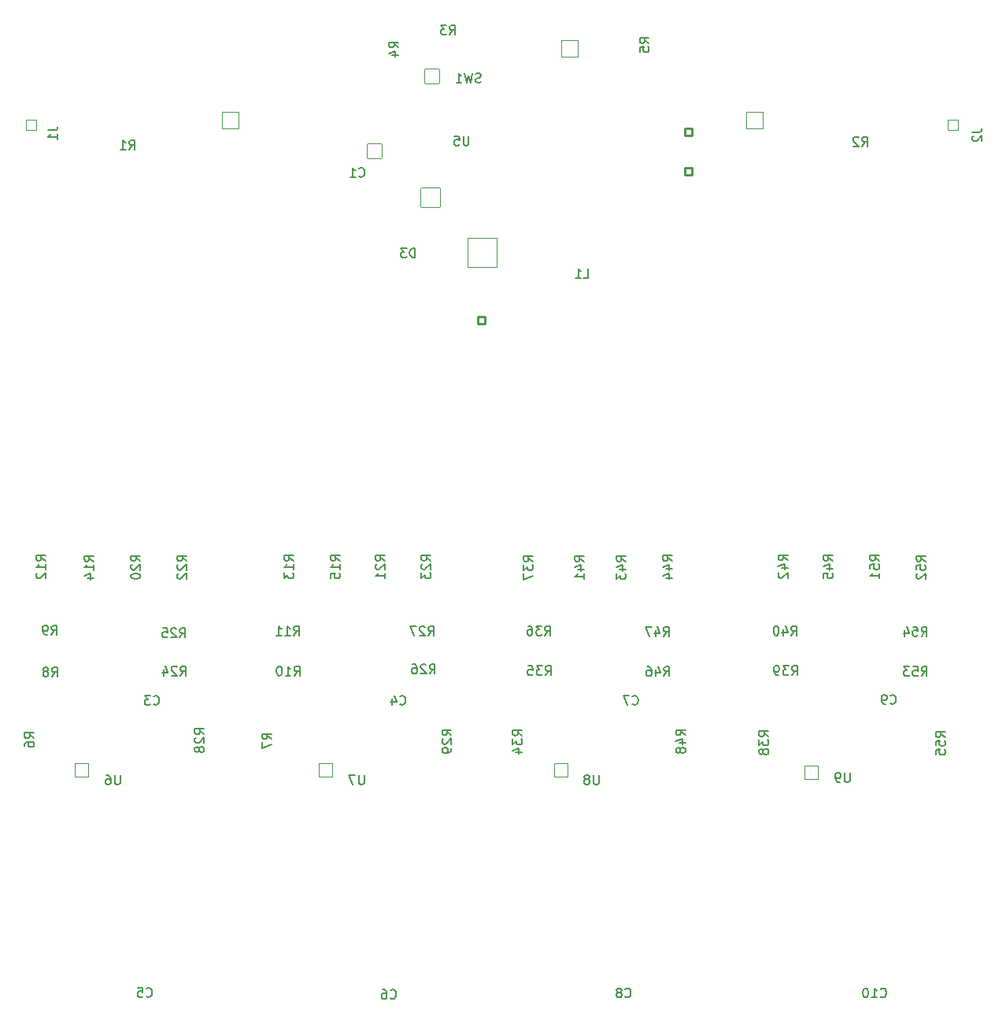
<source format=gbo>
%TF.GenerationSoftware,KiCad,Pcbnew,(6.0.5)*%
%TF.CreationDate,2022-05-16T01:41:45-07:00*%
%TF.ProjectId,lta-power-module,6c74612d-706f-4776-9572-2d6d6f64756c,rev?*%
%TF.SameCoordinates,Original*%
%TF.FileFunction,Legend,Bot*%
%TF.FilePolarity,Positive*%
%FSLAX46Y46*%
G04 Gerber Fmt 4.6, Leading zero omitted, Abs format (unit mm)*
G04 Created by KiCad (PCBNEW (6.0.5)) date 2022-05-16 01:41:45*
%MOMM*%
%LPD*%
G01*
G04 APERTURE LIST*
G04 Aperture macros list*
%AMRoundRect*
0 Rectangle with rounded corners*
0 $1 Rounding radius*
0 $2 $3 $4 $5 $6 $7 $8 $9 X,Y pos of 4 corners*
0 Add a 4 corners polygon primitive as box body*
4,1,4,$2,$3,$4,$5,$6,$7,$8,$9,$2,$3,0*
0 Add four circle primitives for the rounded corners*
1,1,$1+$1,$2,$3*
1,1,$1+$1,$4,$5*
1,1,$1+$1,$6,$7*
1,1,$1+$1,$8,$9*
0 Add four rect primitives between the rounded corners*
20,1,$1+$1,$2,$3,$4,$5,0*
20,1,$1+$1,$4,$5,$6,$7,0*
20,1,$1+$1,$6,$7,$8,$9,0*
20,1,$1+$1,$8,$9,$2,$3,0*%
G04 Aperture macros list end*
%ADD10C,0.150000*%
%ADD11C,3.302000*%
%ADD12C,4.953000*%
%ADD13C,4.826000*%
%ADD14C,1.730000*%
%ADD15RoundRect,0.150000X-0.400000X-0.400000X0.400000X-0.400000X0.400000X0.400000X-0.400000X0.400000X0*%
%ADD16C,1.500000*%
%ADD17O,1.500000X1.500000*%
%ADD18RoundRect,0.050000X0.800000X0.800000X-0.800000X0.800000X-0.800000X-0.800000X0.800000X-0.800000X0*%
%ADD19C,1.700000*%
%ADD20C,3.300000*%
%ADD21C,9.600000*%
%ADD22RoundRect,0.050000X-0.790000X0.790000X-0.790000X-0.790000X0.790000X-0.790000X0.790000X0.790000X0*%
%ADD23C,1.680000*%
%ADD24RoundRect,0.050000X-0.575000X0.575000X-0.575000X-0.575000X0.575000X-0.575000X0.575000X0.575000X0*%
%ADD25C,1.250000*%
%ADD26C,1.900000*%
%ADD27RoundRect,0.050000X-0.750000X-0.750000X0.750000X-0.750000X0.750000X0.750000X-0.750000X0.750000X0*%
%ADD28C,1.600000*%
%ADD29O,1.700000X1.700000*%
%ADD30RoundRect,0.050000X-0.900000X0.900000X-0.900000X-0.900000X0.900000X-0.900000X0.900000X0.900000X0*%
%ADD31RoundRect,0.050000X-0.575000X-0.575000X0.575000X-0.575000X0.575000X0.575000X-0.575000X0.575000X0*%
%ADD32RoundRect,0.050000X1.600000X1.600000X-1.600000X1.600000X-1.600000X-1.600000X1.600000X-1.600000X0*%
%ADD33O,3.300000X3.300000*%
%ADD34RoundRect,0.050000X-0.900000X-0.900000X0.900000X-0.900000X0.900000X0.900000X-0.900000X0.900000X0*%
%ADD35RoundRect,0.050000X0.850000X-0.850000X0.850000X0.850000X-0.850000X0.850000X-0.850000X-0.850000X0*%
%ADD36O,1.800000X1.800000*%
%ADD37RoundRect,0.050000X-1.050000X-1.050000X1.050000X-1.050000X1.050000X1.050000X-1.050000X1.050000X0*%
%ADD38C,2.200000*%
G04 APERTURE END LIST*
D10*
X196329667Y-166545180D02*
X196663000Y-166068990D01*
X196901095Y-166545180D02*
X196901095Y-165545180D01*
X196520143Y-165545180D01*
X196424905Y-165592800D01*
X196377286Y-165640419D01*
X196329667Y-165735657D01*
X196329667Y-165878514D01*
X196377286Y-165973752D01*
X196424905Y-166021371D01*
X196520143Y-166068990D01*
X196901095Y-166068990D01*
X195472524Y-165878514D02*
X195472524Y-166545180D01*
X195710619Y-165497561D02*
X195948714Y-166211847D01*
X195329667Y-166211847D01*
X195043952Y-165545180D02*
X194377286Y-165545180D01*
X194805857Y-166545180D01*
X163589666Y-117099942D02*
X163637285Y-117147561D01*
X163780142Y-117195180D01*
X163875380Y-117195180D01*
X164018238Y-117147561D01*
X164113476Y-117052323D01*
X164161095Y-116957085D01*
X164208714Y-116766609D01*
X164208714Y-116623752D01*
X164161095Y-116433276D01*
X164113476Y-116338038D01*
X164018238Y-116242800D01*
X163875380Y-116195180D01*
X163780142Y-116195180D01*
X163637285Y-116242800D01*
X163589666Y-116290419D01*
X162637285Y-117195180D02*
X163208714Y-117195180D01*
X162923000Y-117195180D02*
X162923000Y-116195180D01*
X163018238Y-116338038D01*
X163113476Y-116433276D01*
X163208714Y-116480895D01*
X128625380Y-177526133D02*
X128149190Y-177192800D01*
X128625380Y-176954704D02*
X127625380Y-176954704D01*
X127625380Y-177335657D01*
X127673000Y-177430895D01*
X127720619Y-177478514D01*
X127815857Y-177526133D01*
X127958714Y-177526133D01*
X128053952Y-177478514D01*
X128101571Y-177430895D01*
X128149190Y-177335657D01*
X128149190Y-176954704D01*
X127625380Y-178383276D02*
X127625380Y-178192800D01*
X127673000Y-178097561D01*
X127720619Y-178049942D01*
X127863476Y-177954704D01*
X128053952Y-177907085D01*
X128434904Y-177907085D01*
X128530142Y-177954704D01*
X128577761Y-178002323D01*
X128625380Y-178097561D01*
X128625380Y-178288038D01*
X128577761Y-178383276D01*
X128530142Y-178430895D01*
X128434904Y-178478514D01*
X128196809Y-178478514D01*
X128101571Y-178430895D01*
X128053952Y-178383276D01*
X128006333Y-178288038D01*
X128006333Y-178097561D01*
X128053952Y-178002323D01*
X128101571Y-177954704D01*
X128196809Y-177907085D01*
X176706333Y-106997561D02*
X176563476Y-107045180D01*
X176325380Y-107045180D01*
X176230142Y-106997561D01*
X176182523Y-106949942D01*
X176134904Y-106854704D01*
X176134904Y-106759466D01*
X176182523Y-106664228D01*
X176230142Y-106616609D01*
X176325380Y-106568990D01*
X176515857Y-106521371D01*
X176611095Y-106473752D01*
X176658714Y-106426133D01*
X176706333Y-106330895D01*
X176706333Y-106235657D01*
X176658714Y-106140419D01*
X176611095Y-106092800D01*
X176515857Y-106045180D01*
X176277761Y-106045180D01*
X176134904Y-106092800D01*
X175801571Y-106045180D02*
X175563476Y-107045180D01*
X175373000Y-106330895D01*
X175182523Y-107045180D01*
X174944428Y-106045180D01*
X174039666Y-107045180D02*
X174611095Y-107045180D01*
X174325380Y-107045180D02*
X174325380Y-106045180D01*
X174420619Y-106188038D01*
X174515857Y-106283276D01*
X174611095Y-106330895D01*
X224079667Y-166545180D02*
X224413000Y-166068990D01*
X224651095Y-166545180D02*
X224651095Y-165545180D01*
X224270143Y-165545180D01*
X224174905Y-165592800D01*
X224127286Y-165640419D01*
X224079667Y-165735657D01*
X224079667Y-165878514D01*
X224127286Y-165973752D01*
X224174905Y-166021371D01*
X224270143Y-166068990D01*
X224651095Y-166068990D01*
X223174905Y-165545180D02*
X223651095Y-165545180D01*
X223698714Y-166021371D01*
X223651095Y-165973752D01*
X223555857Y-165926133D01*
X223317762Y-165926133D01*
X223222524Y-165973752D01*
X223174905Y-166021371D01*
X223127286Y-166116609D01*
X223127286Y-166354704D01*
X223174905Y-166449942D01*
X223222524Y-166497561D01*
X223317762Y-166545180D01*
X223555857Y-166545180D01*
X223651095Y-166497561D01*
X223698714Y-166449942D01*
X222270143Y-165878514D02*
X222270143Y-166545180D01*
X222508238Y-165497561D02*
X222746333Y-166211847D01*
X222127286Y-166211847D01*
X229575380Y-112359466D02*
X230289666Y-112359466D01*
X230432523Y-112311847D01*
X230527761Y-112216609D01*
X230575380Y-112073752D01*
X230575380Y-111978514D01*
X229670619Y-112788038D02*
X229623000Y-112835657D01*
X229575380Y-112930895D01*
X229575380Y-113168990D01*
X229623000Y-113264228D01*
X229670619Y-113311847D01*
X229765857Y-113359466D01*
X229861095Y-113359466D01*
X230003952Y-113311847D01*
X230575380Y-112740419D01*
X230575380Y-113359466D01*
X167989666Y-173849942D02*
X168037285Y-173897561D01*
X168180142Y-173945180D01*
X168275380Y-173945180D01*
X168418238Y-173897561D01*
X168513476Y-173802323D01*
X168561095Y-173707085D01*
X168608714Y-173516609D01*
X168608714Y-173373752D01*
X168561095Y-173183276D01*
X168513476Y-173088038D01*
X168418238Y-172992800D01*
X168275380Y-172945180D01*
X168180142Y-172945180D01*
X168037285Y-172992800D01*
X167989666Y-173040419D01*
X167132523Y-173278514D02*
X167132523Y-173945180D01*
X167370619Y-172897561D02*
X167608714Y-173611847D01*
X166989666Y-173611847D01*
X187739666Y-128045180D02*
X188215857Y-128045180D01*
X188215857Y-127045180D01*
X186882523Y-128045180D02*
X187453952Y-128045180D01*
X187168238Y-128045180D02*
X187168238Y-127045180D01*
X187263476Y-127188038D01*
X187358714Y-127283276D01*
X187453952Y-127330895D01*
X140062260Y-158482785D02*
X139586070Y-158149452D01*
X140062260Y-157911357D02*
X139062260Y-157911357D01*
X139062260Y-158292309D01*
X139109880Y-158387547D01*
X139157499Y-158435166D01*
X139252737Y-158482785D01*
X139395594Y-158482785D01*
X139490832Y-158435166D01*
X139538451Y-158387547D01*
X139586070Y-158292309D01*
X139586070Y-157911357D01*
X139157499Y-158863738D02*
X139109880Y-158911357D01*
X139062260Y-159006595D01*
X139062260Y-159244690D01*
X139109880Y-159339928D01*
X139157499Y-159387547D01*
X139252737Y-159435166D01*
X139347975Y-159435166D01*
X139490832Y-159387547D01*
X140062260Y-158816119D01*
X140062260Y-159435166D01*
X139062260Y-160054214D02*
X139062260Y-160149452D01*
X139109880Y-160244690D01*
X139157499Y-160292309D01*
X139252737Y-160339928D01*
X139443213Y-160387547D01*
X139681308Y-160387547D01*
X139871784Y-160339928D01*
X139967022Y-160292309D01*
X140014641Y-160244690D01*
X140062260Y-160149452D01*
X140062260Y-160054214D01*
X140014641Y-159958976D01*
X139967022Y-159911357D01*
X139871784Y-159863738D01*
X139681308Y-159816119D01*
X139443213Y-159816119D01*
X139252737Y-159863738D01*
X139157499Y-159911357D01*
X139109880Y-159958976D01*
X139062260Y-160054214D01*
X129876544Y-158456533D02*
X129400354Y-158123200D01*
X129876544Y-157885105D02*
X128876544Y-157885105D01*
X128876544Y-158266057D01*
X128924164Y-158361295D01*
X128971783Y-158408914D01*
X129067021Y-158456533D01*
X129209878Y-158456533D01*
X129305116Y-158408914D01*
X129352735Y-158361295D01*
X129400354Y-158266057D01*
X129400354Y-157885105D01*
X129876544Y-159408914D02*
X129876544Y-158837486D01*
X129876544Y-159123200D02*
X128876544Y-159123200D01*
X129019402Y-159027962D01*
X129114640Y-158932724D01*
X129162259Y-158837486D01*
X128971783Y-159789867D02*
X128924164Y-159837486D01*
X128876544Y-159932724D01*
X128876544Y-160170819D01*
X128924164Y-160266057D01*
X128971783Y-160313676D01*
X129067021Y-160361295D01*
X129162259Y-160361295D01*
X129305116Y-160313676D01*
X129876544Y-159742248D01*
X129876544Y-160361295D01*
X164134904Y-181495180D02*
X164134904Y-182304704D01*
X164087285Y-182399942D01*
X164039666Y-182447561D01*
X163944428Y-182495180D01*
X163753952Y-182495180D01*
X163658714Y-182447561D01*
X163611095Y-182399942D01*
X163563476Y-182304704D01*
X163563476Y-181495180D01*
X163182523Y-181495180D02*
X162515857Y-181495180D01*
X162944428Y-182495180D01*
X197287909Y-158476875D02*
X196811719Y-158143542D01*
X197287909Y-157905447D02*
X196287909Y-157905447D01*
X196287909Y-158286399D01*
X196335529Y-158381637D01*
X196383148Y-158429256D01*
X196478386Y-158476875D01*
X196621243Y-158476875D01*
X196716481Y-158429256D01*
X196764100Y-158381637D01*
X196811719Y-158286399D01*
X196811719Y-157905447D01*
X196621243Y-159334018D02*
X197287909Y-159334018D01*
X196240290Y-159095923D02*
X196954576Y-158857828D01*
X196954576Y-159476875D01*
X196621243Y-160286399D02*
X197287909Y-160286399D01*
X196240290Y-160048304D02*
X196954576Y-159810209D01*
X196954576Y-160429256D01*
X161532897Y-158437497D02*
X161056707Y-158104164D01*
X161532897Y-157866069D02*
X160532897Y-157866069D01*
X160532897Y-158247021D01*
X160580517Y-158342259D01*
X160628136Y-158389878D01*
X160723374Y-158437497D01*
X160866231Y-158437497D01*
X160961469Y-158389878D01*
X161009088Y-158342259D01*
X161056707Y-158247021D01*
X161056707Y-157866069D01*
X161532897Y-159389878D02*
X161532897Y-158818450D01*
X161532897Y-159104164D02*
X160532897Y-159104164D01*
X160675755Y-159008926D01*
X160770993Y-158913688D01*
X160818612Y-158818450D01*
X160532897Y-160294640D02*
X160532897Y-159818450D01*
X161009088Y-159770831D01*
X160961469Y-159818450D01*
X160913850Y-159913688D01*
X160913850Y-160151783D01*
X160961469Y-160247021D01*
X161009088Y-160294640D01*
X161104326Y-160342259D01*
X161342421Y-160342259D01*
X161437659Y-160294640D01*
X161485278Y-160247021D01*
X161532897Y-160151783D01*
X161532897Y-159913688D01*
X161485278Y-159818450D01*
X161437659Y-159770831D01*
X219689667Y-205299942D02*
X219737286Y-205347561D01*
X219880143Y-205395180D01*
X219975381Y-205395180D01*
X220118238Y-205347561D01*
X220213476Y-205252323D01*
X220261095Y-205157085D01*
X220308714Y-204966609D01*
X220308714Y-204823752D01*
X220261095Y-204633276D01*
X220213476Y-204538038D01*
X220118238Y-204442800D01*
X219975381Y-204395180D01*
X219880143Y-204395180D01*
X219737286Y-204442800D01*
X219689667Y-204490419D01*
X218737286Y-205395180D02*
X219308714Y-205395180D01*
X219023000Y-205395180D02*
X219023000Y-204395180D01*
X219118238Y-204538038D01*
X219213476Y-204633276D01*
X219308714Y-204680895D01*
X218118238Y-204395180D02*
X218023000Y-204395180D01*
X217927762Y-204442800D01*
X217880143Y-204490419D01*
X217832524Y-204585657D01*
X217784905Y-204776133D01*
X217784905Y-205014228D01*
X217832524Y-205204704D01*
X217880143Y-205299942D01*
X217927762Y-205347561D01*
X218023000Y-205395180D01*
X218118238Y-205395180D01*
X218213476Y-205347561D01*
X218261095Y-205299942D01*
X218308714Y-205204704D01*
X218356333Y-205014228D01*
X218356333Y-204776133D01*
X218308714Y-204585657D01*
X218261095Y-204490419D01*
X218213476Y-204442800D01*
X218118238Y-204395180D01*
X138879666Y-114245180D02*
X139213000Y-113768990D01*
X139451095Y-114245180D02*
X139451095Y-113245180D01*
X139070142Y-113245180D01*
X138974904Y-113292800D01*
X138927285Y-113340419D01*
X138879666Y-113435657D01*
X138879666Y-113578514D01*
X138927285Y-113673752D01*
X138974904Y-113721371D01*
X139070142Y-113768990D01*
X139451095Y-113768990D01*
X137927285Y-114245180D02*
X138498714Y-114245180D01*
X138213000Y-114245180D02*
X138213000Y-113245180D01*
X138308238Y-113388038D01*
X138403476Y-113483276D01*
X138498714Y-113530895D01*
X224525380Y-158499941D02*
X224049190Y-158166608D01*
X224525380Y-157928513D02*
X223525380Y-157928513D01*
X223525380Y-158309465D01*
X223573000Y-158404703D01*
X223620619Y-158452322D01*
X223715857Y-158499941D01*
X223858714Y-158499941D01*
X223953952Y-158452322D01*
X224001571Y-158404703D01*
X224049190Y-158309465D01*
X224049190Y-157928513D01*
X223525380Y-159404703D02*
X223525380Y-158928513D01*
X224001571Y-158880894D01*
X223953952Y-158928513D01*
X223906333Y-159023751D01*
X223906333Y-159261846D01*
X223953952Y-159357084D01*
X224001571Y-159404703D01*
X224096809Y-159452322D01*
X224334904Y-159452322D01*
X224430142Y-159404703D01*
X224477761Y-159357084D01*
X224525380Y-159261846D01*
X224525380Y-159023751D01*
X224477761Y-158928513D01*
X224430142Y-158880894D01*
X223620619Y-159833275D02*
X223573000Y-159880894D01*
X223525380Y-159976132D01*
X223525380Y-160214227D01*
X223573000Y-160309465D01*
X223620619Y-160357084D01*
X223715857Y-160404703D01*
X223811095Y-160404703D01*
X223953952Y-160357084D01*
X224525380Y-159785656D01*
X224525380Y-160404703D01*
X192989666Y-173849942D02*
X193037285Y-173897561D01*
X193180142Y-173945180D01*
X193275380Y-173945180D01*
X193418238Y-173897561D01*
X193513476Y-173802323D01*
X193561095Y-173707085D01*
X193608714Y-173516609D01*
X193608714Y-173373752D01*
X193561095Y-173183276D01*
X193513476Y-173088038D01*
X193418238Y-172992800D01*
X193275380Y-172945180D01*
X193180142Y-172945180D01*
X193037285Y-172992800D01*
X192989666Y-173040419D01*
X192656333Y-172945180D02*
X191989666Y-172945180D01*
X192418238Y-173945180D01*
X137884904Y-181495180D02*
X137884904Y-182304704D01*
X137837285Y-182399942D01*
X137789666Y-182447561D01*
X137694428Y-182495180D01*
X137503952Y-182495180D01*
X137408714Y-182447561D01*
X137361095Y-182399942D01*
X137313476Y-182304704D01*
X137313476Y-181495180D01*
X136408714Y-181495180D02*
X136599190Y-181495180D01*
X136694428Y-181542800D01*
X136742047Y-181590419D01*
X136837285Y-181733276D01*
X136884904Y-181923752D01*
X136884904Y-182304704D01*
X136837285Y-182399942D01*
X136789666Y-182447561D01*
X136694428Y-182495180D01*
X136503952Y-182495180D01*
X136408714Y-182447561D01*
X136361095Y-182399942D01*
X136313476Y-182304704D01*
X136313476Y-182066609D01*
X136361095Y-181971371D01*
X136408714Y-181923752D01*
X136503952Y-181876133D01*
X136694428Y-181876133D01*
X136789666Y-181923752D01*
X136837285Y-181971371D01*
X136884904Y-182066609D01*
X194775380Y-102826133D02*
X194299190Y-102492800D01*
X194775380Y-102254704D02*
X193775380Y-102254704D01*
X193775380Y-102635657D01*
X193823000Y-102730895D01*
X193870619Y-102778514D01*
X193965857Y-102826133D01*
X194108714Y-102826133D01*
X194203952Y-102778514D01*
X194251571Y-102730895D01*
X194299190Y-102635657D01*
X194299190Y-102254704D01*
X193775380Y-103730895D02*
X193775380Y-103254704D01*
X194251571Y-103207085D01*
X194203952Y-103254704D01*
X194156333Y-103349942D01*
X194156333Y-103588038D01*
X194203952Y-103683276D01*
X194251571Y-103730895D01*
X194346809Y-103778514D01*
X194584904Y-103778514D01*
X194680142Y-103730895D01*
X194727761Y-103683276D01*
X194775380Y-103588038D01*
X194775380Y-103349942D01*
X194727761Y-103254704D01*
X194680142Y-103207085D01*
X214543116Y-158440875D02*
X214066926Y-158107542D01*
X214543116Y-157869447D02*
X213543116Y-157869447D01*
X213543116Y-158250399D01*
X213590736Y-158345637D01*
X213638355Y-158393256D01*
X213733593Y-158440875D01*
X213876450Y-158440875D01*
X213971688Y-158393256D01*
X214019307Y-158345637D01*
X214066926Y-158250399D01*
X214066926Y-157869447D01*
X213876450Y-159298018D02*
X214543116Y-159298018D01*
X213495497Y-159059923D02*
X214209783Y-158821828D01*
X214209783Y-159440875D01*
X213543116Y-160298018D02*
X213543116Y-159821828D01*
X214019307Y-159774209D01*
X213971688Y-159821828D01*
X213924069Y-159917066D01*
X213924069Y-160155161D01*
X213971688Y-160250399D01*
X214019307Y-160298018D01*
X214114545Y-160345637D01*
X214352640Y-160345637D01*
X214447878Y-160298018D01*
X214495497Y-160250399D01*
X214543116Y-160155161D01*
X214543116Y-159917066D01*
X214495497Y-159821828D01*
X214447878Y-159774209D01*
X169611095Y-125845180D02*
X169611095Y-124845180D01*
X169373000Y-124845180D01*
X169230142Y-124892800D01*
X169134904Y-124988038D01*
X169087285Y-125083276D01*
X169039666Y-125273752D01*
X169039666Y-125416609D01*
X169087285Y-125607085D01*
X169134904Y-125702323D01*
X169230142Y-125797561D01*
X169373000Y-125845180D01*
X169611095Y-125845180D01*
X168706333Y-124845180D02*
X168087285Y-124845180D01*
X168420619Y-125226133D01*
X168277761Y-125226133D01*
X168182523Y-125273752D01*
X168134904Y-125321371D01*
X168087285Y-125416609D01*
X168087285Y-125654704D01*
X168134904Y-125749942D01*
X168182523Y-125797561D01*
X168277761Y-125845180D01*
X168563476Y-125845180D01*
X168658714Y-125797561D01*
X168706333Y-125749942D01*
X140713476Y-205249942D02*
X140761095Y-205297561D01*
X140903952Y-205345180D01*
X140999190Y-205345180D01*
X141142048Y-205297561D01*
X141237286Y-205202323D01*
X141284905Y-205107085D01*
X141332524Y-204916609D01*
X141332524Y-204773752D01*
X141284905Y-204583276D01*
X141237286Y-204488038D01*
X141142048Y-204392800D01*
X140999190Y-204345180D01*
X140903952Y-204345180D01*
X140761095Y-204392800D01*
X140713476Y-204440419D01*
X139808714Y-204345180D02*
X140284905Y-204345180D01*
X140332524Y-204821371D01*
X140284905Y-204773752D01*
X140189667Y-204726133D01*
X139951571Y-204726133D01*
X139856333Y-204773752D01*
X139808714Y-204821371D01*
X139761095Y-204916609D01*
X139761095Y-205154704D01*
X139808714Y-205249942D01*
X139856333Y-205297561D01*
X139951571Y-205345180D01*
X140189667Y-205345180D01*
X140284905Y-205297561D01*
X140332524Y-205249942D01*
X171169667Y-170575180D02*
X171503000Y-170098990D01*
X171741095Y-170575180D02*
X171741095Y-169575180D01*
X171360143Y-169575180D01*
X171264905Y-169622800D01*
X171217286Y-169670419D01*
X171169667Y-169765657D01*
X171169667Y-169908514D01*
X171217286Y-170003752D01*
X171264905Y-170051371D01*
X171360143Y-170098990D01*
X171741095Y-170098990D01*
X170788714Y-169670419D02*
X170741095Y-169622800D01*
X170645857Y-169575180D01*
X170407762Y-169575180D01*
X170312524Y-169622800D01*
X170264905Y-169670419D01*
X170217286Y-169765657D01*
X170217286Y-169860895D01*
X170264905Y-170003752D01*
X170836333Y-170575180D01*
X170217286Y-170575180D01*
X169360143Y-169575180D02*
X169550619Y-169575180D01*
X169645857Y-169622800D01*
X169693476Y-169670419D01*
X169788714Y-169813276D01*
X169836333Y-170003752D01*
X169836333Y-170384704D01*
X169788714Y-170479942D01*
X169741095Y-170527561D01*
X169645857Y-170575180D01*
X169455381Y-170575180D01*
X169360143Y-170527561D01*
X169312524Y-170479942D01*
X169264905Y-170384704D01*
X169264905Y-170146609D01*
X169312524Y-170051371D01*
X169360143Y-170003752D01*
X169455381Y-169956133D01*
X169645857Y-169956133D01*
X169741095Y-170003752D01*
X169788714Y-170051371D01*
X169836333Y-170146609D01*
X130513476Y-166415180D02*
X130846810Y-165938990D01*
X131084905Y-166415180D02*
X131084905Y-165415180D01*
X130703952Y-165415180D01*
X130608714Y-165462800D01*
X130561095Y-165510419D01*
X130513476Y-165605657D01*
X130513476Y-165748514D01*
X130561095Y-165843752D01*
X130608714Y-165891371D01*
X130703952Y-165938990D01*
X131084905Y-165938990D01*
X130037286Y-166415180D02*
X129846810Y-166415180D01*
X129751571Y-166367561D01*
X129703952Y-166319942D01*
X129608714Y-166177085D01*
X129561095Y-165986609D01*
X129561095Y-165605657D01*
X129608714Y-165510419D01*
X129656333Y-165462800D01*
X129751571Y-165415180D01*
X129942048Y-165415180D01*
X130037286Y-165462800D01*
X130084905Y-165510419D01*
X130132524Y-165605657D01*
X130132524Y-165843752D01*
X130084905Y-165938990D01*
X130037286Y-165986609D01*
X129942048Y-166034228D01*
X129751571Y-166034228D01*
X129656333Y-165986609D01*
X129608714Y-165938990D01*
X129561095Y-165843752D01*
X210129667Y-170745180D02*
X210463000Y-170268990D01*
X210701095Y-170745180D02*
X210701095Y-169745180D01*
X210320143Y-169745180D01*
X210224905Y-169792800D01*
X210177286Y-169840419D01*
X210129667Y-169935657D01*
X210129667Y-170078514D01*
X210177286Y-170173752D01*
X210224905Y-170221371D01*
X210320143Y-170268990D01*
X210701095Y-170268990D01*
X209796333Y-169745180D02*
X209177286Y-169745180D01*
X209510619Y-170126133D01*
X209367762Y-170126133D01*
X209272524Y-170173752D01*
X209224905Y-170221371D01*
X209177286Y-170316609D01*
X209177286Y-170554704D01*
X209224905Y-170649942D01*
X209272524Y-170697561D01*
X209367762Y-170745180D01*
X209653476Y-170745180D01*
X209748714Y-170697561D01*
X209796333Y-170649942D01*
X208701095Y-170745180D02*
X208510619Y-170745180D01*
X208415381Y-170697561D01*
X208367762Y-170649942D01*
X208272524Y-170507085D01*
X208224905Y-170316609D01*
X208224905Y-169935657D01*
X208272524Y-169840419D01*
X208320143Y-169792800D01*
X208415381Y-169745180D01*
X208605857Y-169745180D01*
X208701095Y-169792800D01*
X208748714Y-169840419D01*
X208796333Y-169935657D01*
X208796333Y-170173752D01*
X208748714Y-170268990D01*
X208701095Y-170316609D01*
X208605857Y-170364228D01*
X208415381Y-170364228D01*
X208320143Y-170316609D01*
X208272524Y-170268990D01*
X208224905Y-170173752D01*
X220739666Y-173769942D02*
X220787285Y-173817561D01*
X220930142Y-173865180D01*
X221025380Y-173865180D01*
X221168238Y-173817561D01*
X221263476Y-173722323D01*
X221311095Y-173627085D01*
X221358714Y-173436609D01*
X221358714Y-173293752D01*
X221311095Y-173103276D01*
X221263476Y-173008038D01*
X221168238Y-172912800D01*
X221025380Y-172865180D01*
X220930142Y-172865180D01*
X220787285Y-172912800D01*
X220739666Y-172960419D01*
X220263476Y-173865180D02*
X220073000Y-173865180D01*
X219977761Y-173817561D01*
X219930142Y-173769942D01*
X219834904Y-173627085D01*
X219787285Y-173436609D01*
X219787285Y-173055657D01*
X219834904Y-172960419D01*
X219882523Y-172912800D01*
X219977761Y-172865180D01*
X220168238Y-172865180D01*
X220263476Y-172912800D01*
X220311095Y-172960419D01*
X220358714Y-173055657D01*
X220358714Y-173293752D01*
X220311095Y-173388990D01*
X220263476Y-173436609D01*
X220168238Y-173484228D01*
X219977761Y-173484228D01*
X219882523Y-173436609D01*
X219834904Y-173388990D01*
X219787285Y-173293752D01*
X183579667Y-166465180D02*
X183913000Y-165988990D01*
X184151095Y-166465180D02*
X184151095Y-165465180D01*
X183770143Y-165465180D01*
X183674905Y-165512800D01*
X183627286Y-165560419D01*
X183579667Y-165655657D01*
X183579667Y-165798514D01*
X183627286Y-165893752D01*
X183674905Y-165941371D01*
X183770143Y-165988990D01*
X184151095Y-165988990D01*
X183246333Y-165465180D02*
X182627286Y-165465180D01*
X182960619Y-165846133D01*
X182817762Y-165846133D01*
X182722524Y-165893752D01*
X182674905Y-165941371D01*
X182627286Y-166036609D01*
X182627286Y-166274704D01*
X182674905Y-166369942D01*
X182722524Y-166417561D01*
X182817762Y-166465180D01*
X183103476Y-166465180D01*
X183198714Y-166417561D01*
X183246333Y-166369942D01*
X181770143Y-165465180D02*
X181960619Y-165465180D01*
X182055857Y-165512800D01*
X182103476Y-165560419D01*
X182198714Y-165703276D01*
X182246333Y-165893752D01*
X182246333Y-166274704D01*
X182198714Y-166369942D01*
X182151095Y-166417561D01*
X182055857Y-166465180D01*
X181865381Y-166465180D01*
X181770143Y-166417561D01*
X181722524Y-166369942D01*
X181674905Y-166274704D01*
X181674905Y-166036609D01*
X181722524Y-165941371D01*
X181770143Y-165893752D01*
X181865381Y-165846133D01*
X182055857Y-165846133D01*
X182151095Y-165893752D01*
X182198714Y-165941371D01*
X182246333Y-166036609D01*
X145050110Y-158482785D02*
X144573920Y-158149452D01*
X145050110Y-157911357D02*
X144050110Y-157911357D01*
X144050110Y-158292309D01*
X144097730Y-158387547D01*
X144145349Y-158435166D01*
X144240587Y-158482785D01*
X144383444Y-158482785D01*
X144478682Y-158435166D01*
X144526301Y-158387547D01*
X144573920Y-158292309D01*
X144573920Y-157911357D01*
X144145349Y-158863738D02*
X144097730Y-158911357D01*
X144050110Y-159006595D01*
X144050110Y-159244690D01*
X144097730Y-159339928D01*
X144145349Y-159387547D01*
X144240587Y-159435166D01*
X144335825Y-159435166D01*
X144478682Y-159387547D01*
X145050110Y-158816119D01*
X145050110Y-159435166D01*
X144145349Y-159816119D02*
X144097730Y-159863738D01*
X144050110Y-159958976D01*
X144050110Y-160197071D01*
X144097730Y-160292309D01*
X144145349Y-160339928D01*
X144240587Y-160387547D01*
X144335825Y-160387547D01*
X144478682Y-160339928D01*
X145050110Y-159768500D01*
X145050110Y-160387547D01*
X219563781Y-158440875D02*
X219087591Y-158107542D01*
X219563781Y-157869447D02*
X218563781Y-157869447D01*
X218563781Y-158250399D01*
X218611401Y-158345637D01*
X218659020Y-158393256D01*
X218754258Y-158440875D01*
X218897115Y-158440875D01*
X218992353Y-158393256D01*
X219039972Y-158345637D01*
X219087591Y-158250399D01*
X219087591Y-157869447D01*
X218563781Y-159345637D02*
X218563781Y-158869447D01*
X219039972Y-158821828D01*
X218992353Y-158869447D01*
X218944734Y-158964685D01*
X218944734Y-159202780D01*
X218992353Y-159298018D01*
X219039972Y-159345637D01*
X219135210Y-159393256D01*
X219373305Y-159393256D01*
X219468543Y-159345637D01*
X219516162Y-159298018D01*
X219563781Y-159202780D01*
X219563781Y-158964685D01*
X219516162Y-158869447D01*
X219468543Y-158821828D01*
X219563781Y-160345637D02*
X219563781Y-159774209D01*
X219563781Y-160059923D02*
X218563781Y-160059923D01*
X218706639Y-159964685D01*
X218801877Y-159869447D01*
X218849496Y-159774209D01*
X210079667Y-166465180D02*
X210413000Y-165988990D01*
X210651095Y-166465180D02*
X210651095Y-165465180D01*
X210270143Y-165465180D01*
X210174905Y-165512800D01*
X210127286Y-165560419D01*
X210079667Y-165655657D01*
X210079667Y-165798514D01*
X210127286Y-165893752D01*
X210174905Y-165941371D01*
X210270143Y-165988990D01*
X210651095Y-165988990D01*
X209222524Y-165798514D02*
X209222524Y-166465180D01*
X209460619Y-165417561D02*
X209698714Y-166131847D01*
X209079667Y-166131847D01*
X208508238Y-165465180D02*
X208413000Y-165465180D01*
X208317762Y-165512800D01*
X208270143Y-165560419D01*
X208222524Y-165655657D01*
X208174905Y-165846133D01*
X208174905Y-166084228D01*
X208222524Y-166274704D01*
X208270143Y-166369942D01*
X208317762Y-166417561D01*
X208413000Y-166465180D01*
X208508238Y-166465180D01*
X208603476Y-166417561D01*
X208651095Y-166369942D01*
X208698714Y-166274704D01*
X208746333Y-166084228D01*
X208746333Y-165846133D01*
X208698714Y-165655657D01*
X208651095Y-165560419D01*
X208603476Y-165512800D01*
X208508238Y-165465180D01*
X198675380Y-177199942D02*
X198199190Y-176866609D01*
X198675380Y-176628514D02*
X197675380Y-176628514D01*
X197675380Y-177009466D01*
X197723000Y-177104704D01*
X197770619Y-177152323D01*
X197865857Y-177199942D01*
X198008714Y-177199942D01*
X198103952Y-177152323D01*
X198151571Y-177104704D01*
X198199190Y-177009466D01*
X198199190Y-176628514D01*
X198008714Y-178057085D02*
X198675380Y-178057085D01*
X197627761Y-177818990D02*
X198342047Y-177580895D01*
X198342047Y-178199942D01*
X198103952Y-178723752D02*
X198056333Y-178628514D01*
X198008714Y-178580895D01*
X197913476Y-178533276D01*
X197865857Y-178533276D01*
X197770619Y-178580895D01*
X197723000Y-178628514D01*
X197675380Y-178723752D01*
X197675380Y-178914228D01*
X197723000Y-179009466D01*
X197770619Y-179057085D01*
X197865857Y-179104704D01*
X197913476Y-179104704D01*
X198008714Y-179057085D01*
X198056333Y-179009466D01*
X198103952Y-178914228D01*
X198103952Y-178723752D01*
X198151571Y-178628514D01*
X198199190Y-178580895D01*
X198294428Y-178533276D01*
X198484904Y-178533276D01*
X198580142Y-178580895D01*
X198627761Y-178628514D01*
X198675380Y-178723752D01*
X198675380Y-178914228D01*
X198627761Y-179009466D01*
X198580142Y-179057085D01*
X198484904Y-179104704D01*
X198294428Y-179104704D01*
X198199190Y-179057085D01*
X198151571Y-179009466D01*
X198103952Y-178914228D01*
X183629667Y-170745180D02*
X183963000Y-170268990D01*
X184201095Y-170745180D02*
X184201095Y-169745180D01*
X183820143Y-169745180D01*
X183724905Y-169792800D01*
X183677286Y-169840419D01*
X183629667Y-169935657D01*
X183629667Y-170078514D01*
X183677286Y-170173752D01*
X183724905Y-170221371D01*
X183820143Y-170268990D01*
X184201095Y-170268990D01*
X183296333Y-169745180D02*
X182677286Y-169745180D01*
X183010619Y-170126133D01*
X182867762Y-170126133D01*
X182772524Y-170173752D01*
X182724905Y-170221371D01*
X182677286Y-170316609D01*
X182677286Y-170554704D01*
X182724905Y-170649942D01*
X182772524Y-170697561D01*
X182867762Y-170745180D01*
X183153476Y-170745180D01*
X183248714Y-170697561D01*
X183296333Y-170649942D01*
X181772524Y-169745180D02*
X182248714Y-169745180D01*
X182296333Y-170221371D01*
X182248714Y-170173752D01*
X182153476Y-170126133D01*
X181915381Y-170126133D01*
X181820143Y-170173752D01*
X181772524Y-170221371D01*
X181724905Y-170316609D01*
X181724905Y-170554704D01*
X181772524Y-170649942D01*
X181820143Y-170697561D01*
X181915381Y-170745180D01*
X182153476Y-170745180D01*
X182248714Y-170697561D01*
X182296333Y-170649942D01*
X226625380Y-177399942D02*
X226149190Y-177066609D01*
X226625380Y-176828514D02*
X225625380Y-176828514D01*
X225625380Y-177209466D01*
X225673000Y-177304704D01*
X225720619Y-177352323D01*
X225815857Y-177399942D01*
X225958714Y-177399942D01*
X226053952Y-177352323D01*
X226101571Y-177304704D01*
X226149190Y-177209466D01*
X226149190Y-176828514D01*
X225625380Y-178304704D02*
X225625380Y-177828514D01*
X226101571Y-177780895D01*
X226053952Y-177828514D01*
X226006333Y-177923752D01*
X226006333Y-178161847D01*
X226053952Y-178257085D01*
X226101571Y-178304704D01*
X226196809Y-178352323D01*
X226434904Y-178352323D01*
X226530142Y-178304704D01*
X226577761Y-178257085D01*
X226625380Y-178161847D01*
X226625380Y-177923752D01*
X226577761Y-177828514D01*
X226530142Y-177780895D01*
X225625380Y-179257085D02*
X225625380Y-178780895D01*
X226101571Y-178733276D01*
X226053952Y-178780895D01*
X226006333Y-178876133D01*
X226006333Y-179114228D01*
X226053952Y-179209466D01*
X226101571Y-179257085D01*
X226196809Y-179304704D01*
X226434904Y-179304704D01*
X226530142Y-179257085D01*
X226577761Y-179209466D01*
X226625380Y-179114228D01*
X226625380Y-178876133D01*
X226577761Y-178780895D01*
X226530142Y-178733276D01*
X217689666Y-113895180D02*
X218023000Y-113418990D01*
X218261095Y-113895180D02*
X218261095Y-112895180D01*
X217880142Y-112895180D01*
X217784904Y-112942800D01*
X217737285Y-112990419D01*
X217689666Y-113085657D01*
X217689666Y-113228514D01*
X217737285Y-113323752D01*
X217784904Y-113371371D01*
X217880142Y-113418990D01*
X218261095Y-113418990D01*
X217308714Y-112990419D02*
X217261095Y-112942800D01*
X217165857Y-112895180D01*
X216927761Y-112895180D01*
X216832523Y-112942800D01*
X216784904Y-112990419D01*
X216737285Y-113085657D01*
X216737285Y-113180895D01*
X216784904Y-113323752D01*
X217356333Y-113895180D01*
X216737285Y-113895180D01*
X130539666Y-170895180D02*
X130873000Y-170418990D01*
X131111095Y-170895180D02*
X131111095Y-169895180D01*
X130730142Y-169895180D01*
X130634904Y-169942800D01*
X130587285Y-169990419D01*
X130539666Y-170085657D01*
X130539666Y-170228514D01*
X130587285Y-170323752D01*
X130634904Y-170371371D01*
X130730142Y-170418990D01*
X131111095Y-170418990D01*
X129968238Y-170323752D02*
X130063476Y-170276133D01*
X130111095Y-170228514D01*
X130158714Y-170133276D01*
X130158714Y-170085657D01*
X130111095Y-169990419D01*
X130063476Y-169942800D01*
X129968238Y-169895180D01*
X129777761Y-169895180D01*
X129682523Y-169942800D01*
X129634904Y-169990419D01*
X129587285Y-170085657D01*
X129587285Y-170133276D01*
X129634904Y-170228514D01*
X129682523Y-170276133D01*
X129777761Y-170323752D01*
X129968238Y-170323752D01*
X130063476Y-170371371D01*
X130111095Y-170418990D01*
X130158714Y-170514228D01*
X130158714Y-170704704D01*
X130111095Y-170799942D01*
X130063476Y-170847561D01*
X129968238Y-170895180D01*
X129777761Y-170895180D01*
X129682523Y-170847561D01*
X129634904Y-170799942D01*
X129587285Y-170704704D01*
X129587285Y-170514228D01*
X129634904Y-170418990D01*
X129682523Y-170371371D01*
X129777761Y-170323752D01*
X141489666Y-173849942D02*
X141537285Y-173897561D01*
X141680142Y-173945180D01*
X141775380Y-173945180D01*
X141918238Y-173897561D01*
X142013476Y-173802323D01*
X142061095Y-173707085D01*
X142108714Y-173516609D01*
X142108714Y-173373752D01*
X142061095Y-173183276D01*
X142013476Y-173088038D01*
X141918238Y-172992800D01*
X141775380Y-172945180D01*
X141680142Y-172945180D01*
X141537285Y-172992800D01*
X141489666Y-173040419D01*
X141156333Y-172945180D02*
X140537285Y-172945180D01*
X140870619Y-173326133D01*
X140727761Y-173326133D01*
X140632523Y-173373752D01*
X140584904Y-173421371D01*
X140537285Y-173516609D01*
X140537285Y-173754704D01*
X140584904Y-173849942D01*
X140632523Y-173897561D01*
X140727761Y-173945180D01*
X141013476Y-173945180D01*
X141108714Y-173897561D01*
X141156333Y-173849942D01*
X166376362Y-158437497D02*
X165900172Y-158104164D01*
X166376362Y-157866069D02*
X165376362Y-157866069D01*
X165376362Y-158247021D01*
X165423982Y-158342259D01*
X165471601Y-158389878D01*
X165566839Y-158437497D01*
X165709696Y-158437497D01*
X165804934Y-158389878D01*
X165852553Y-158342259D01*
X165900172Y-158247021D01*
X165900172Y-157866069D01*
X165471601Y-158818450D02*
X165423982Y-158866069D01*
X165376362Y-158961307D01*
X165376362Y-159199402D01*
X165423982Y-159294640D01*
X165471601Y-159342259D01*
X165566839Y-159389878D01*
X165662077Y-159389878D01*
X165804934Y-159342259D01*
X166376362Y-158770831D01*
X166376362Y-159389878D01*
X166376362Y-160342259D02*
X166376362Y-159770831D01*
X166376362Y-160056545D02*
X165376362Y-160056545D01*
X165519220Y-159961307D01*
X165614458Y-159866069D01*
X165662077Y-159770831D01*
X167825380Y-103276133D02*
X167349190Y-102942800D01*
X167825380Y-102704704D02*
X166825380Y-102704704D01*
X166825380Y-103085657D01*
X166873000Y-103180895D01*
X166920619Y-103228514D01*
X167015857Y-103276133D01*
X167158714Y-103276133D01*
X167253952Y-103228514D01*
X167301571Y-103180895D01*
X167349190Y-103085657D01*
X167349190Y-102704704D01*
X167158714Y-104133276D02*
X167825380Y-104133276D01*
X166777761Y-103895180D02*
X167492047Y-103657085D01*
X167492047Y-104276133D01*
X146925380Y-177099942D02*
X146449190Y-176766609D01*
X146925380Y-176528514D02*
X145925380Y-176528514D01*
X145925380Y-176909466D01*
X145973000Y-177004704D01*
X146020619Y-177052323D01*
X146115857Y-177099942D01*
X146258714Y-177099942D01*
X146353952Y-177052323D01*
X146401571Y-177004704D01*
X146449190Y-176909466D01*
X146449190Y-176528514D01*
X146020619Y-177480895D02*
X145973000Y-177528514D01*
X145925380Y-177623752D01*
X145925380Y-177861847D01*
X145973000Y-177957085D01*
X146020619Y-178004704D01*
X146115857Y-178052323D01*
X146211095Y-178052323D01*
X146353952Y-178004704D01*
X146925380Y-177433276D01*
X146925380Y-178052323D01*
X146353952Y-178623752D02*
X146306333Y-178528514D01*
X146258714Y-178480895D01*
X146163476Y-178433276D01*
X146115857Y-178433276D01*
X146020619Y-178480895D01*
X145973000Y-178528514D01*
X145925380Y-178623752D01*
X145925380Y-178814228D01*
X145973000Y-178909466D01*
X146020619Y-178957085D01*
X146115857Y-179004704D01*
X146163476Y-179004704D01*
X146258714Y-178957085D01*
X146306333Y-178909466D01*
X146353952Y-178814228D01*
X146353952Y-178623752D01*
X146401571Y-178528514D01*
X146449190Y-178480895D01*
X146544428Y-178433276D01*
X146734904Y-178433276D01*
X146830142Y-178480895D01*
X146877761Y-178528514D01*
X146925380Y-178623752D01*
X146925380Y-178814228D01*
X146877761Y-178909466D01*
X146830142Y-178957085D01*
X146734904Y-179004704D01*
X146544428Y-179004704D01*
X146449190Y-178957085D01*
X146401571Y-178909466D01*
X146353952Y-178814228D01*
X182284980Y-158516252D02*
X181808790Y-158182919D01*
X182284980Y-157944824D02*
X181284980Y-157944824D01*
X181284980Y-158325776D01*
X181332600Y-158421014D01*
X181380219Y-158468633D01*
X181475457Y-158516252D01*
X181618314Y-158516252D01*
X181713552Y-158468633D01*
X181761171Y-158421014D01*
X181808790Y-158325776D01*
X181808790Y-157944824D01*
X181284980Y-158849586D02*
X181284980Y-159468633D01*
X181665933Y-159135300D01*
X181665933Y-159278157D01*
X181713552Y-159373395D01*
X181761171Y-159421014D01*
X181856409Y-159468633D01*
X182094504Y-159468633D01*
X182189742Y-159421014D01*
X182237361Y-159373395D01*
X182284980Y-159278157D01*
X182284980Y-158992443D01*
X182237361Y-158897205D01*
X182189742Y-158849586D01*
X181284980Y-159801967D02*
X181284980Y-160468633D01*
X182284980Y-160040062D01*
X173525380Y-177199942D02*
X173049190Y-176866609D01*
X173525380Y-176628514D02*
X172525380Y-176628514D01*
X172525380Y-177009466D01*
X172573000Y-177104704D01*
X172620619Y-177152323D01*
X172715857Y-177199942D01*
X172858714Y-177199942D01*
X172953952Y-177152323D01*
X173001571Y-177104704D01*
X173049190Y-177009466D01*
X173049190Y-176628514D01*
X172620619Y-177580895D02*
X172573000Y-177628514D01*
X172525380Y-177723752D01*
X172525380Y-177961847D01*
X172573000Y-178057085D01*
X172620619Y-178104704D01*
X172715857Y-178152323D01*
X172811095Y-178152323D01*
X172953952Y-178104704D01*
X173525380Y-177533276D01*
X173525380Y-178152323D01*
X173525380Y-178628514D02*
X173525380Y-178818990D01*
X173477761Y-178914228D01*
X173430142Y-178961847D01*
X173287285Y-179057085D01*
X173096809Y-179104704D01*
X172715857Y-179104704D01*
X172620619Y-179057085D01*
X172573000Y-179009466D01*
X172525380Y-178914228D01*
X172525380Y-178723752D01*
X172573000Y-178628514D01*
X172620619Y-178580895D01*
X172715857Y-178533276D01*
X172953952Y-178533276D01*
X173049190Y-178580895D01*
X173096809Y-178628514D01*
X173144428Y-178723752D01*
X173144428Y-178914228D01*
X173096809Y-179009466D01*
X173049190Y-179057085D01*
X172953952Y-179104704D01*
X144365857Y-170795180D02*
X144699190Y-170318990D01*
X144937285Y-170795180D02*
X144937285Y-169795180D01*
X144556333Y-169795180D01*
X144461095Y-169842800D01*
X144413476Y-169890419D01*
X144365857Y-169985657D01*
X144365857Y-170128514D01*
X144413476Y-170223752D01*
X144461095Y-170271371D01*
X144556333Y-170318990D01*
X144937285Y-170318990D01*
X143984904Y-169890419D02*
X143937285Y-169842800D01*
X143842047Y-169795180D01*
X143603952Y-169795180D01*
X143508714Y-169842800D01*
X143461095Y-169890419D01*
X143413476Y-169985657D01*
X143413476Y-170080895D01*
X143461095Y-170223752D01*
X144032523Y-170795180D01*
X143413476Y-170795180D01*
X142556333Y-170128514D02*
X142556333Y-170795180D01*
X142794428Y-169747561D02*
X143032523Y-170461847D01*
X142413476Y-170461847D01*
X187797867Y-158516252D02*
X187321677Y-158182919D01*
X187797867Y-157944824D02*
X186797867Y-157944824D01*
X186797867Y-158325776D01*
X186845487Y-158421014D01*
X186893106Y-158468633D01*
X186988344Y-158516252D01*
X187131201Y-158516252D01*
X187226439Y-158468633D01*
X187274058Y-158421014D01*
X187321677Y-158325776D01*
X187321677Y-157944824D01*
X187131201Y-159373395D02*
X187797867Y-159373395D01*
X186750248Y-159135300D02*
X187464534Y-158897205D01*
X187464534Y-159516252D01*
X187797867Y-160421014D02*
X187797867Y-159849586D01*
X187797867Y-160135300D02*
X186797867Y-160135300D01*
X186940725Y-160040062D01*
X187035963Y-159944824D01*
X187083582Y-159849586D01*
X171298583Y-158437497D02*
X170822393Y-158104164D01*
X171298583Y-157866069D02*
X170298583Y-157866069D01*
X170298583Y-158247021D01*
X170346203Y-158342259D01*
X170393822Y-158389878D01*
X170489060Y-158437497D01*
X170631917Y-158437497D01*
X170727155Y-158389878D01*
X170774774Y-158342259D01*
X170822393Y-158247021D01*
X170822393Y-157866069D01*
X170393822Y-158818450D02*
X170346203Y-158866069D01*
X170298583Y-158961307D01*
X170298583Y-159199402D01*
X170346203Y-159294640D01*
X170393822Y-159342259D01*
X170489060Y-159389878D01*
X170584298Y-159389878D01*
X170727155Y-159342259D01*
X171298583Y-158770831D01*
X171298583Y-159389878D01*
X170298583Y-159723212D02*
X170298583Y-160342259D01*
X170679536Y-160008926D01*
X170679536Y-160151783D01*
X170727155Y-160247021D01*
X170774774Y-160294640D01*
X170870012Y-160342259D01*
X171108107Y-160342259D01*
X171203345Y-160294640D01*
X171250964Y-160247021D01*
X171298583Y-160151783D01*
X171298583Y-159866069D01*
X171250964Y-159770831D01*
X171203345Y-159723212D01*
X173339666Y-101895180D02*
X173673000Y-101418990D01*
X173911095Y-101895180D02*
X173911095Y-100895180D01*
X173530142Y-100895180D01*
X173434904Y-100942800D01*
X173387285Y-100990419D01*
X173339666Y-101085657D01*
X173339666Y-101228514D01*
X173387285Y-101323752D01*
X173434904Y-101371371D01*
X173530142Y-101418990D01*
X173911095Y-101418990D01*
X173006333Y-100895180D02*
X172387285Y-100895180D01*
X172720619Y-101276133D01*
X172577761Y-101276133D01*
X172482523Y-101323752D01*
X172434904Y-101371371D01*
X172387285Y-101466609D01*
X172387285Y-101704704D01*
X172434904Y-101799942D01*
X172482523Y-101847561D01*
X172577761Y-101895180D01*
X172863476Y-101895180D01*
X172958714Y-101847561D01*
X173006333Y-101799942D01*
X181125380Y-177249942D02*
X180649190Y-176916609D01*
X181125380Y-176678514D02*
X180125380Y-176678514D01*
X180125380Y-177059466D01*
X180173000Y-177154704D01*
X180220619Y-177202323D01*
X180315857Y-177249942D01*
X180458714Y-177249942D01*
X180553952Y-177202323D01*
X180601571Y-177154704D01*
X180649190Y-177059466D01*
X180649190Y-176678514D01*
X180125380Y-177583276D02*
X180125380Y-178202323D01*
X180506333Y-177868990D01*
X180506333Y-178011847D01*
X180553952Y-178107085D01*
X180601571Y-178154704D01*
X180696809Y-178202323D01*
X180934904Y-178202323D01*
X181030142Y-178154704D01*
X181077761Y-178107085D01*
X181125380Y-178011847D01*
X181125380Y-177726133D01*
X181077761Y-177630895D01*
X181030142Y-177583276D01*
X180458714Y-179059466D02*
X181125380Y-179059466D01*
X180077761Y-178821371D02*
X180792047Y-178583276D01*
X180792047Y-179202323D01*
X175384904Y-112795180D02*
X175384904Y-113604704D01*
X175337285Y-113699942D01*
X175289666Y-113747561D01*
X175194428Y-113795180D01*
X175003952Y-113795180D01*
X174908714Y-113747561D01*
X174861095Y-113699942D01*
X174813476Y-113604704D01*
X174813476Y-112795180D01*
X173861095Y-112795180D02*
X174337285Y-112795180D01*
X174384904Y-113271371D01*
X174337285Y-113223752D01*
X174242047Y-113176133D01*
X174003952Y-113176133D01*
X173908714Y-113223752D01*
X173861095Y-113271371D01*
X173813476Y-113366609D01*
X173813476Y-113604704D01*
X173861095Y-113699942D01*
X173908714Y-113747561D01*
X174003952Y-113795180D01*
X174242047Y-113795180D01*
X174337285Y-113747561D01*
X174384904Y-113699942D01*
X135045654Y-158499942D02*
X134569464Y-158166609D01*
X135045654Y-157928514D02*
X134045654Y-157928514D01*
X134045654Y-158309466D01*
X134093274Y-158404704D01*
X134140893Y-158452323D01*
X134236131Y-158499942D01*
X134378988Y-158499942D01*
X134474226Y-158452323D01*
X134521845Y-158404704D01*
X134569464Y-158309466D01*
X134569464Y-157928514D01*
X135045654Y-159452323D02*
X135045654Y-158880895D01*
X135045654Y-159166609D02*
X134045654Y-159166609D01*
X134188512Y-159071371D01*
X134283750Y-158976133D01*
X134331369Y-158880895D01*
X134378988Y-160309466D02*
X135045654Y-160309466D01*
X133998035Y-160071371D02*
X134712321Y-159833276D01*
X134712321Y-160452323D01*
X156579667Y-166465180D02*
X156913000Y-165988990D01*
X157151095Y-166465180D02*
X157151095Y-165465180D01*
X156770143Y-165465180D01*
X156674905Y-165512800D01*
X156627286Y-165560419D01*
X156579667Y-165655657D01*
X156579667Y-165798514D01*
X156627286Y-165893752D01*
X156674905Y-165941371D01*
X156770143Y-165988990D01*
X157151095Y-165988990D01*
X155627286Y-166465180D02*
X156198714Y-166465180D01*
X155913000Y-166465180D02*
X155913000Y-165465180D01*
X156008238Y-165608038D01*
X156103476Y-165703276D01*
X156198714Y-165750895D01*
X154674905Y-166465180D02*
X155246333Y-166465180D01*
X154960619Y-166465180D02*
X154960619Y-165465180D01*
X155055857Y-165608038D01*
X155151095Y-165703276D01*
X155246333Y-165750895D01*
X207625380Y-177349942D02*
X207149190Y-177016609D01*
X207625380Y-176778514D02*
X206625380Y-176778514D01*
X206625380Y-177159466D01*
X206673000Y-177254704D01*
X206720619Y-177302323D01*
X206815857Y-177349942D01*
X206958714Y-177349942D01*
X207053952Y-177302323D01*
X207101571Y-177254704D01*
X207149190Y-177159466D01*
X207149190Y-176778514D01*
X206625380Y-177683276D02*
X206625380Y-178302323D01*
X207006333Y-177968990D01*
X207006333Y-178111847D01*
X207053952Y-178207085D01*
X207101571Y-178254704D01*
X207196809Y-178302323D01*
X207434904Y-178302323D01*
X207530142Y-178254704D01*
X207577761Y-178207085D01*
X207625380Y-178111847D01*
X207625380Y-177826133D01*
X207577761Y-177730895D01*
X207530142Y-177683276D01*
X207053952Y-178873752D02*
X207006333Y-178778514D01*
X206958714Y-178730895D01*
X206863476Y-178683276D01*
X206815857Y-178683276D01*
X206720619Y-178730895D01*
X206673000Y-178778514D01*
X206625380Y-178873752D01*
X206625380Y-179064228D01*
X206673000Y-179159466D01*
X206720619Y-179207085D01*
X206815857Y-179254704D01*
X206863476Y-179254704D01*
X206958714Y-179207085D01*
X207006333Y-179159466D01*
X207053952Y-179064228D01*
X207053952Y-178873752D01*
X207101571Y-178778514D01*
X207149190Y-178730895D01*
X207244428Y-178683276D01*
X207434904Y-178683276D01*
X207530142Y-178730895D01*
X207577761Y-178778514D01*
X207625380Y-178873752D01*
X207625380Y-179064228D01*
X207577761Y-179159466D01*
X207530142Y-179207085D01*
X207434904Y-179254704D01*
X207244428Y-179254704D01*
X207149190Y-179207085D01*
X207101571Y-179159466D01*
X207053952Y-179064228D01*
X189384904Y-181495180D02*
X189384904Y-182304704D01*
X189337285Y-182399942D01*
X189289666Y-182447561D01*
X189194428Y-182495180D01*
X189003952Y-182495180D01*
X188908714Y-182447561D01*
X188861095Y-182399942D01*
X188813476Y-182304704D01*
X188813476Y-181495180D01*
X188194428Y-181923752D02*
X188289666Y-181876133D01*
X188337285Y-181828514D01*
X188384904Y-181733276D01*
X188384904Y-181685657D01*
X188337285Y-181590419D01*
X188289666Y-181542800D01*
X188194428Y-181495180D01*
X188003952Y-181495180D01*
X187908714Y-181542800D01*
X187861095Y-181590419D01*
X187813476Y-181685657D01*
X187813476Y-181733276D01*
X187861095Y-181828514D01*
X187908714Y-181876133D01*
X188003952Y-181923752D01*
X188194428Y-181923752D01*
X188289666Y-181971371D01*
X188337285Y-182018990D01*
X188384904Y-182114228D01*
X188384904Y-182304704D01*
X188337285Y-182399942D01*
X188289666Y-182447561D01*
X188194428Y-182495180D01*
X188003952Y-182495180D01*
X187908714Y-182447561D01*
X187861095Y-182399942D01*
X187813476Y-182304704D01*
X187813476Y-182114228D01*
X187861095Y-182018990D01*
X187908714Y-181971371D01*
X188003952Y-181923752D01*
X216384904Y-181245180D02*
X216384904Y-182054704D01*
X216337285Y-182149942D01*
X216289666Y-182197561D01*
X216194428Y-182245180D01*
X216003952Y-182245180D01*
X215908714Y-182197561D01*
X215861095Y-182149942D01*
X215813476Y-182054704D01*
X215813476Y-181245180D01*
X215289666Y-182245180D02*
X215099190Y-182245180D01*
X215003952Y-182197561D01*
X214956333Y-182149942D01*
X214861095Y-182007085D01*
X214813476Y-181816609D01*
X214813476Y-181435657D01*
X214861095Y-181340419D01*
X214908714Y-181292800D01*
X215003952Y-181245180D01*
X215194428Y-181245180D01*
X215289666Y-181292800D01*
X215337285Y-181340419D01*
X215384904Y-181435657D01*
X215384904Y-181673752D01*
X215337285Y-181768990D01*
X215289666Y-181816609D01*
X215194428Y-181864228D01*
X215003952Y-181864228D01*
X214908714Y-181816609D01*
X214861095Y-181768990D01*
X214813476Y-181673752D01*
X156531920Y-158437497D02*
X156055730Y-158104164D01*
X156531920Y-157866069D02*
X155531920Y-157866069D01*
X155531920Y-158247021D01*
X155579540Y-158342259D01*
X155627159Y-158389878D01*
X155722397Y-158437497D01*
X155865254Y-158437497D01*
X155960492Y-158389878D01*
X156008111Y-158342259D01*
X156055730Y-158247021D01*
X156055730Y-157866069D01*
X156531920Y-159389878D02*
X156531920Y-158818450D01*
X156531920Y-159104164D02*
X155531920Y-159104164D01*
X155674778Y-159008926D01*
X155770016Y-158913688D01*
X155817635Y-158818450D01*
X155531920Y-159723212D02*
X155531920Y-160342259D01*
X155912873Y-160008926D01*
X155912873Y-160151783D01*
X155960492Y-160247021D01*
X156008111Y-160294640D01*
X156103349Y-160342259D01*
X156341444Y-160342259D01*
X156436682Y-160294640D01*
X156484301Y-160247021D01*
X156531920Y-160151783D01*
X156531920Y-159866069D01*
X156484301Y-159770831D01*
X156436682Y-159723212D01*
X154175380Y-177626133D02*
X153699190Y-177292800D01*
X154175380Y-177054704D02*
X153175380Y-177054704D01*
X153175380Y-177435657D01*
X153223000Y-177530895D01*
X153270619Y-177578514D01*
X153365857Y-177626133D01*
X153508714Y-177626133D01*
X153603952Y-177578514D01*
X153651571Y-177530895D01*
X153699190Y-177435657D01*
X153699190Y-177054704D01*
X153175380Y-177959466D02*
X153175380Y-178626133D01*
X154175380Y-178197561D01*
X166963476Y-205449942D02*
X167011095Y-205497561D01*
X167153952Y-205545180D01*
X167249190Y-205545180D01*
X167392048Y-205497561D01*
X167487286Y-205402323D01*
X167534905Y-205307085D01*
X167582524Y-205116609D01*
X167582524Y-204973752D01*
X167534905Y-204783276D01*
X167487286Y-204688038D01*
X167392048Y-204592800D01*
X167249190Y-204545180D01*
X167153952Y-204545180D01*
X167011095Y-204592800D01*
X166963476Y-204640419D01*
X166106333Y-204545180D02*
X166296810Y-204545180D01*
X166392048Y-204592800D01*
X166439667Y-204640419D01*
X166534905Y-204783276D01*
X166582524Y-204973752D01*
X166582524Y-205354704D01*
X166534905Y-205449942D01*
X166487286Y-205497561D01*
X166392048Y-205545180D01*
X166201571Y-205545180D01*
X166106333Y-205497561D01*
X166058714Y-205449942D01*
X166011095Y-205354704D01*
X166011095Y-205116609D01*
X166058714Y-205021371D01*
X166106333Y-204973752D01*
X166201571Y-204926133D01*
X166392048Y-204926133D01*
X166487286Y-204973752D01*
X166534905Y-205021371D01*
X166582524Y-205116609D01*
X209695654Y-158399942D02*
X209219464Y-158066609D01*
X209695654Y-157828514D02*
X208695654Y-157828514D01*
X208695654Y-158209466D01*
X208743274Y-158304704D01*
X208790893Y-158352323D01*
X208886131Y-158399942D01*
X209028988Y-158399942D01*
X209124226Y-158352323D01*
X209171845Y-158304704D01*
X209219464Y-158209466D01*
X209219464Y-157828514D01*
X209028988Y-159257085D02*
X209695654Y-159257085D01*
X208648035Y-159018990D02*
X209362321Y-158780895D01*
X209362321Y-159399942D01*
X208790893Y-159733276D02*
X208743274Y-159780895D01*
X208695654Y-159876133D01*
X208695654Y-160114228D01*
X208743274Y-160209466D01*
X208790893Y-160257085D01*
X208886131Y-160304704D01*
X208981369Y-160304704D01*
X209124226Y-160257085D01*
X209695654Y-159685657D01*
X209695654Y-160304704D01*
X171039667Y-166495180D02*
X171373000Y-166018990D01*
X171611095Y-166495180D02*
X171611095Y-165495180D01*
X171230143Y-165495180D01*
X171134905Y-165542800D01*
X171087286Y-165590419D01*
X171039667Y-165685657D01*
X171039667Y-165828514D01*
X171087286Y-165923752D01*
X171134905Y-165971371D01*
X171230143Y-166018990D01*
X171611095Y-166018990D01*
X170658714Y-165590419D02*
X170611095Y-165542800D01*
X170515857Y-165495180D01*
X170277762Y-165495180D01*
X170182524Y-165542800D01*
X170134905Y-165590419D01*
X170087286Y-165685657D01*
X170087286Y-165780895D01*
X170134905Y-165923752D01*
X170706333Y-166495180D01*
X170087286Y-166495180D01*
X169753952Y-165495180D02*
X169087286Y-165495180D01*
X169515857Y-166495180D01*
X130175380Y-112159466D02*
X130889666Y-112159466D01*
X131032523Y-112111847D01*
X131127761Y-112016609D01*
X131175380Y-111873752D01*
X131175380Y-111778514D01*
X131175380Y-113159466D02*
X131175380Y-112588038D01*
X131175380Y-112873752D02*
X130175380Y-112873752D01*
X130318238Y-112778514D01*
X130413476Y-112683276D01*
X130461095Y-112588038D01*
X192286933Y-158516252D02*
X191810743Y-158182919D01*
X192286933Y-157944824D02*
X191286933Y-157944824D01*
X191286933Y-158325776D01*
X191334553Y-158421014D01*
X191382172Y-158468633D01*
X191477410Y-158516252D01*
X191620267Y-158516252D01*
X191715505Y-158468633D01*
X191763124Y-158421014D01*
X191810743Y-158325776D01*
X191810743Y-157944824D01*
X191620267Y-159373395D02*
X192286933Y-159373395D01*
X191239314Y-159135300D02*
X191953600Y-158897205D01*
X191953600Y-159516252D01*
X191286933Y-159801967D02*
X191286933Y-160421014D01*
X191667886Y-160087681D01*
X191667886Y-160230538D01*
X191715505Y-160325776D01*
X191763124Y-160373395D01*
X191858362Y-160421014D01*
X192096457Y-160421014D01*
X192191695Y-160373395D01*
X192239314Y-160325776D01*
X192286933Y-160230538D01*
X192286933Y-159944824D01*
X192239314Y-159849586D01*
X192191695Y-159801967D01*
X196379667Y-170825180D02*
X196713000Y-170348990D01*
X196951095Y-170825180D02*
X196951095Y-169825180D01*
X196570143Y-169825180D01*
X196474905Y-169872800D01*
X196427286Y-169920419D01*
X196379667Y-170015657D01*
X196379667Y-170158514D01*
X196427286Y-170253752D01*
X196474905Y-170301371D01*
X196570143Y-170348990D01*
X196951095Y-170348990D01*
X195522524Y-170158514D02*
X195522524Y-170825180D01*
X195760619Y-169777561D02*
X195998714Y-170491847D01*
X195379667Y-170491847D01*
X194570143Y-169825180D02*
X194760619Y-169825180D01*
X194855857Y-169872800D01*
X194903476Y-169920419D01*
X194998714Y-170063276D01*
X195046333Y-170253752D01*
X195046333Y-170634704D01*
X194998714Y-170729942D01*
X194951095Y-170777561D01*
X194855857Y-170825180D01*
X194665381Y-170825180D01*
X194570143Y-170777561D01*
X194522524Y-170729942D01*
X194474905Y-170634704D01*
X194474905Y-170396609D01*
X194522524Y-170301371D01*
X194570143Y-170253752D01*
X194665381Y-170206133D01*
X194855857Y-170206133D01*
X194951095Y-170253752D01*
X194998714Y-170301371D01*
X195046333Y-170396609D01*
X224089667Y-170825180D02*
X224423000Y-170348990D01*
X224661095Y-170825180D02*
X224661095Y-169825180D01*
X224280143Y-169825180D01*
X224184905Y-169872800D01*
X224137286Y-169920419D01*
X224089667Y-170015657D01*
X224089667Y-170158514D01*
X224137286Y-170253752D01*
X224184905Y-170301371D01*
X224280143Y-170348990D01*
X224661095Y-170348990D01*
X223184905Y-169825180D02*
X223661095Y-169825180D01*
X223708714Y-170301371D01*
X223661095Y-170253752D01*
X223565857Y-170206133D01*
X223327762Y-170206133D01*
X223232524Y-170253752D01*
X223184905Y-170301371D01*
X223137286Y-170396609D01*
X223137286Y-170634704D01*
X223184905Y-170729942D01*
X223232524Y-170777561D01*
X223327762Y-170825180D01*
X223565857Y-170825180D01*
X223661095Y-170777561D01*
X223708714Y-170729942D01*
X222803952Y-169825180D02*
X222184905Y-169825180D01*
X222518238Y-170206133D01*
X222375381Y-170206133D01*
X222280143Y-170253752D01*
X222232524Y-170301371D01*
X222184905Y-170396609D01*
X222184905Y-170634704D01*
X222232524Y-170729942D01*
X222280143Y-170777561D01*
X222375381Y-170825180D01*
X222661095Y-170825180D01*
X222756333Y-170777561D01*
X222803952Y-170729942D01*
X156629667Y-170795180D02*
X156963000Y-170318990D01*
X157201095Y-170795180D02*
X157201095Y-169795180D01*
X156820143Y-169795180D01*
X156724905Y-169842800D01*
X156677286Y-169890419D01*
X156629667Y-169985657D01*
X156629667Y-170128514D01*
X156677286Y-170223752D01*
X156724905Y-170271371D01*
X156820143Y-170318990D01*
X157201095Y-170318990D01*
X155677286Y-170795180D02*
X156248714Y-170795180D01*
X155963000Y-170795180D02*
X155963000Y-169795180D01*
X156058238Y-169938038D01*
X156153476Y-170033276D01*
X156248714Y-170080895D01*
X155058238Y-169795180D02*
X154963000Y-169795180D01*
X154867762Y-169842800D01*
X154820143Y-169890419D01*
X154772524Y-169985657D01*
X154724905Y-170176133D01*
X154724905Y-170414228D01*
X154772524Y-170604704D01*
X154820143Y-170699942D01*
X154867762Y-170747561D01*
X154963000Y-170795180D01*
X155058238Y-170795180D01*
X155153476Y-170747561D01*
X155201095Y-170699942D01*
X155248714Y-170604704D01*
X155296333Y-170414228D01*
X155296333Y-170176133D01*
X155248714Y-169985657D01*
X155201095Y-169890419D01*
X155153476Y-169842800D01*
X155058238Y-169795180D01*
X192213476Y-205299942D02*
X192261095Y-205347561D01*
X192403952Y-205395180D01*
X192499190Y-205395180D01*
X192642048Y-205347561D01*
X192737286Y-205252323D01*
X192784905Y-205157085D01*
X192832524Y-204966609D01*
X192832524Y-204823752D01*
X192784905Y-204633276D01*
X192737286Y-204538038D01*
X192642048Y-204442800D01*
X192499190Y-204395180D01*
X192403952Y-204395180D01*
X192261095Y-204442800D01*
X192213476Y-204490419D01*
X191642048Y-204823752D02*
X191737286Y-204776133D01*
X191784905Y-204728514D01*
X191832524Y-204633276D01*
X191832524Y-204585657D01*
X191784905Y-204490419D01*
X191737286Y-204442800D01*
X191642048Y-204395180D01*
X191451571Y-204395180D01*
X191356333Y-204442800D01*
X191308714Y-204490419D01*
X191261095Y-204585657D01*
X191261095Y-204633276D01*
X191308714Y-204728514D01*
X191356333Y-204776133D01*
X191451571Y-204823752D01*
X191642048Y-204823752D01*
X191737286Y-204871371D01*
X191784905Y-204918990D01*
X191832524Y-205014228D01*
X191832524Y-205204704D01*
X191784905Y-205299942D01*
X191737286Y-205347561D01*
X191642048Y-205395180D01*
X191451571Y-205395180D01*
X191356333Y-205347561D01*
X191308714Y-205299942D01*
X191261095Y-205204704D01*
X191261095Y-205014228D01*
X191308714Y-204918990D01*
X191356333Y-204871371D01*
X191451571Y-204823752D01*
X144315857Y-166695180D02*
X144649190Y-166218990D01*
X144887285Y-166695180D02*
X144887285Y-165695180D01*
X144506333Y-165695180D01*
X144411095Y-165742800D01*
X144363476Y-165790419D01*
X144315857Y-165885657D01*
X144315857Y-166028514D01*
X144363476Y-166123752D01*
X144411095Y-166171371D01*
X144506333Y-166218990D01*
X144887285Y-166218990D01*
X143934904Y-165790419D02*
X143887285Y-165742800D01*
X143792047Y-165695180D01*
X143553952Y-165695180D01*
X143458714Y-165742800D01*
X143411095Y-165790419D01*
X143363476Y-165885657D01*
X143363476Y-165980895D01*
X143411095Y-166123752D01*
X143982523Y-166695180D01*
X143363476Y-166695180D01*
X142458714Y-165695180D02*
X142934904Y-165695180D01*
X142982523Y-166171371D01*
X142934904Y-166123752D01*
X142839666Y-166076133D01*
X142601571Y-166076133D01*
X142506333Y-166123752D01*
X142458714Y-166171371D01*
X142411095Y-166266609D01*
X142411095Y-166504704D01*
X142458714Y-166599942D01*
X142506333Y-166647561D01*
X142601571Y-166695180D01*
X142839666Y-166695180D01*
X142934904Y-166647561D01*
X142982523Y-166599942D01*
%LPC*%
D11*
X277683000Y-196400600D03*
X277683000Y-182760800D03*
X307523000Y-111173000D03*
X307523000Y-124812800D03*
X76644000Y-135938428D03*
X76644000Y-149578228D03*
X47023000Y-221852600D03*
X47023000Y-208212800D03*
X47023000Y-77379457D03*
X47023000Y-63739657D03*
X307523000Y-158873000D03*
X307523000Y-172512800D03*
X308023000Y-206573000D03*
X308023000Y-220212800D03*
X277683000Y-148700600D03*
X277683000Y-135060800D03*
X307523000Y-63473000D03*
X307523000Y-77112800D03*
X277683000Y-53300600D03*
X277683000Y-39660800D03*
X76984000Y-39623000D03*
X76984000Y-53262800D03*
X46523000Y-125537171D03*
X46523000Y-111897371D03*
X277683000Y-101000600D03*
X277683000Y-87360800D03*
X76644000Y-87780714D03*
X76644000Y-101420514D03*
X47023000Y-173694885D03*
X47023000Y-160055085D03*
X76683000Y-184096142D03*
X76683000Y-197735942D03*
D12*
X102683000Y-206712800D03*
X102683000Y-116669800D03*
X252523000Y-206712800D03*
X252523000Y-116669800D03*
D13*
X95683000Y-54750600D03*
X149023000Y-93942800D03*
X95683000Y-93942800D03*
X149023000Y-54750600D03*
X205858000Y-54750600D03*
X259198000Y-93942800D03*
X205858000Y-93942800D03*
X259198000Y-54750600D03*
D14*
X170423000Y-47290218D03*
X157723000Y-67519890D03*
D15*
X88392000Y-40894000D03*
D14*
X172963000Y-52347636D03*
D16*
X198313000Y-166142800D03*
D17*
X193233000Y-166142800D03*
D18*
X165273000Y-114392800D03*
D19*
X161773000Y-114392800D03*
D14*
X188203000Y-54876346D03*
X172963000Y-70048599D03*
X180583000Y-70048600D03*
X167883000Y-77634726D03*
D20*
X171439000Y-87444800D03*
D14*
X167883000Y-44761509D03*
X170423000Y-80163436D03*
D21*
X92798900Y-32219900D03*
D14*
X172963000Y-80163436D03*
X183123000Y-54876346D03*
X160263000Y-49818927D03*
X165343000Y-54876345D03*
X193283000Y-70048600D03*
X180583000Y-54876346D03*
X170423000Y-59933763D03*
D21*
X142786100Y-32219900D03*
D14*
X170423000Y-57405054D03*
D15*
X267208000Y-41402000D03*
D14*
X188203000Y-42232801D03*
D15*
X93726000Y-40894000D03*
X173998000Y-219444000D03*
D14*
X172963000Y-64991181D03*
X193283000Y-67519891D03*
D16*
X128023000Y-175102800D03*
D17*
X128023000Y-180182800D03*
D22*
X171463000Y-106392800D03*
D23*
X179083000Y-106392800D03*
D14*
X172963000Y-67519890D03*
X193283000Y-64991182D03*
D20*
X194299000Y-87444800D03*
D14*
X185649666Y-44761510D03*
X188143000Y-67519891D03*
X185623000Y-47290219D03*
X170423000Y-70048599D03*
X160263000Y-75106017D03*
X185631000Y-70048600D03*
D20*
X184139000Y-92524800D03*
D14*
X180543000Y-44761510D03*
X167883000Y-59933763D03*
D16*
X226063000Y-166142800D03*
D17*
X220983000Y-166142800D03*
D24*
X227523000Y-111642800D03*
D25*
X227523000Y-113642801D03*
D14*
X165343000Y-64991181D03*
D20*
X184139000Y-87485122D03*
D14*
X165343000Y-52347636D03*
X167883000Y-42232800D03*
X170423000Y-49818927D03*
X172963000Y-62462472D03*
D19*
X169023000Y-175892800D03*
X166523000Y-175892800D03*
D14*
X180583000Y-67519891D03*
X185663000Y-54876346D03*
X183123000Y-42232801D03*
X180583000Y-80163436D03*
D26*
X191523000Y-127392800D03*
X184023000Y-127392800D03*
D14*
X157723000Y-52347636D03*
X156199000Y-87444800D03*
X156199000Y-92524800D03*
D16*
X139523000Y-156602800D03*
D17*
X139523000Y-161682800D03*
D14*
X185663000Y-57405055D03*
X172963000Y-57405054D03*
X180583000Y-59933764D03*
D20*
X194299000Y-92524800D03*
D14*
X170423000Y-52347636D03*
X188203000Y-75106018D03*
X165343000Y-75106017D03*
X170423000Y-67519890D03*
X167883000Y-67519890D03*
X167883000Y-72577308D03*
X160263000Y-62462472D03*
X183123000Y-49818928D03*
D15*
X121773000Y-113642800D03*
D20*
X161279000Y-92524800D03*
X171439000Y-92524800D03*
D14*
X165343000Y-77634726D03*
D16*
X129523000Y-156562800D03*
D17*
X129523000Y-161642800D03*
D14*
X179059000Y-92524800D03*
X157723000Y-59933763D03*
D27*
X160053000Y-181002800D03*
D28*
X160053000Y-183542800D03*
X160053000Y-186082800D03*
X160053000Y-188622800D03*
X160053000Y-191162800D03*
X160053000Y-193702800D03*
X160053000Y-196242800D03*
X160053000Y-198782800D03*
X167993000Y-198782800D03*
X167993000Y-196242800D03*
X167993000Y-193702800D03*
X167993000Y-191162800D03*
X167993000Y-188622800D03*
X167993000Y-186082800D03*
X167993000Y-183542800D03*
X167993000Y-181002800D03*
D14*
X185663000Y-72577309D03*
D16*
X196773000Y-156602800D03*
D17*
X196773000Y-161682800D03*
D16*
X161023000Y-156552800D03*
D17*
X161023000Y-161632800D03*
D14*
X172963000Y-75106017D03*
X176519000Y-87444800D03*
D19*
X220273000Y-202392800D03*
X217773000Y-202392800D03*
D14*
X157723000Y-54876345D03*
X165343000Y-57405054D03*
X160263000Y-70048599D03*
D21*
X267754100Y-230212900D03*
D14*
X165343000Y-72577308D03*
D15*
X178816000Y-219456000D03*
D19*
X142523000Y-113642800D03*
D29*
X134903000Y-113642800D03*
D14*
X160263000Y-42232800D03*
D16*
X224023000Y-156602800D03*
D17*
X224023000Y-161682800D03*
D14*
X185663000Y-80163436D03*
X183107000Y-70048600D03*
X167883000Y-57405054D03*
X193283000Y-57405055D03*
D19*
X194273000Y-175892800D03*
X191773000Y-175892800D03*
D14*
X193283000Y-42232801D03*
X180583000Y-57405055D03*
D20*
X161279000Y-87444800D03*
D27*
X133803000Y-181002800D03*
D28*
X133803000Y-183542800D03*
X133803000Y-186082800D03*
X133803000Y-188622800D03*
X133803000Y-191162800D03*
X133803000Y-193702800D03*
X133803000Y-196242800D03*
X133803000Y-198782800D03*
X141743000Y-198782800D03*
X141743000Y-196242800D03*
X141743000Y-193702800D03*
X141743000Y-191162800D03*
X141743000Y-188622800D03*
X141743000Y-186082800D03*
X141743000Y-183542800D03*
X141743000Y-181002800D03*
D30*
X149773000Y-111117800D03*
D26*
X149773000Y-113657800D03*
D15*
X196545200Y-219456000D03*
D14*
X167883000Y-70048599D03*
X183123000Y-64991182D03*
X165343000Y-80163436D03*
X188163000Y-47290219D03*
X167883000Y-52347636D03*
D15*
X118273000Y-113642800D03*
X234273000Y-113642800D03*
D14*
X180583000Y-77634727D03*
X188203000Y-59933764D03*
X165343000Y-62462472D03*
D16*
X194273000Y-100392800D03*
D17*
X194273000Y-105472800D03*
D16*
X214023000Y-156562800D03*
D17*
X214023000Y-161642800D03*
D14*
X157723000Y-42232800D03*
D15*
X168656000Y-219456000D03*
D21*
X142786100Y-230212900D03*
D31*
X232590000Y-36052000D03*
D25*
X234590001Y-36052000D03*
X236590000Y-36052000D03*
X238590001Y-36052000D03*
X240589999Y-36052000D03*
X242590000Y-36052000D03*
X244589999Y-36052000D03*
X246590000Y-36052000D03*
X248590001Y-36052000D03*
X250590000Y-36052000D03*
X252590001Y-36052000D03*
X254589999Y-36052000D03*
D14*
X185663000Y-42232801D03*
X170423000Y-42232800D03*
D32*
X176893000Y-125392800D03*
D33*
X161653000Y-125392800D03*
D30*
X206198000Y-111121301D03*
D26*
X206198000Y-113661301D03*
D14*
X180583000Y-62462473D03*
D21*
X92798900Y-230212900D03*
D19*
X141773000Y-202392800D03*
X139273000Y-202392800D03*
D14*
X157723000Y-72577308D03*
D31*
X106881499Y-36068000D03*
D25*
X108881500Y-36068000D03*
X110881499Y-36068000D03*
X112881500Y-36068000D03*
X114881498Y-36068000D03*
X116881499Y-36068000D03*
X118881498Y-36068000D03*
X120881499Y-36068000D03*
X122881500Y-36068000D03*
X124881499Y-36068000D03*
X126881500Y-36068000D03*
X128881498Y-36068000D03*
D21*
X329209400Y-193700400D03*
D14*
X193283000Y-44761510D03*
X185623000Y-67519891D03*
X157723000Y-47290218D03*
X188203000Y-64991182D03*
D21*
X267754100Y-32219900D03*
D15*
X176773000Y-132642800D03*
D16*
X173063000Y-170392800D03*
D17*
X167983000Y-170392800D03*
D14*
X193283000Y-52347637D03*
X165343000Y-47290218D03*
X185663000Y-49818928D03*
D16*
X127893000Y-166192800D03*
D17*
X132973000Y-166192800D03*
D14*
X183123000Y-57405055D03*
X172963000Y-54876345D03*
X183123000Y-72577309D03*
D16*
X206983000Y-170392800D03*
D17*
X212063000Y-170392800D03*
D14*
X167883000Y-75106017D03*
X185663000Y-77634727D03*
X165343000Y-44761509D03*
X170423000Y-44761509D03*
X180583000Y-42232801D03*
X188203000Y-77634727D03*
X199379000Y-92524800D03*
D21*
X31216600Y-68732400D03*
D14*
X170423000Y-54876345D03*
X180543000Y-47290219D03*
X188203000Y-49818928D03*
X157723000Y-80163436D03*
D21*
X217766900Y-230212900D03*
D14*
X157723000Y-49818927D03*
X160263000Y-72577308D03*
X172963000Y-77634726D03*
D19*
X221773000Y-175972800D03*
X219273000Y-175972800D03*
D14*
X160263000Y-67519890D03*
D16*
X180483000Y-166142800D03*
D17*
X185563000Y-166142800D03*
D16*
X144523000Y-156602800D03*
D17*
X144523000Y-161682800D03*
D14*
X160263000Y-64991181D03*
X183123000Y-77634727D03*
X188155000Y-70048600D03*
X188203000Y-52347637D03*
X172963000Y-42232800D03*
D16*
X219023000Y-156562800D03*
D17*
X219023000Y-161642800D03*
D14*
X157723000Y-70048599D03*
X165343000Y-67519890D03*
X157723000Y-64991181D03*
D16*
X206983000Y-166142800D03*
D17*
X212063000Y-166142800D03*
D21*
X31216600Y-193700400D03*
D14*
X193283000Y-49818928D03*
D16*
X198273000Y-180392800D03*
D17*
X198273000Y-175312800D03*
D16*
X180483000Y-170392800D03*
D17*
X185563000Y-170392800D03*
D34*
X186273000Y-103392800D03*
D26*
X188813000Y-103392800D03*
D14*
X172963000Y-59933763D03*
X172963000Y-47290218D03*
X185663000Y-64991182D03*
D35*
X158433000Y-213442800D03*
D36*
X160973000Y-213442800D03*
X163513000Y-213442800D03*
X166053000Y-213442800D03*
X168593000Y-213442800D03*
X171133000Y-213442800D03*
X173673000Y-213442800D03*
X176213000Y-213442800D03*
X178753000Y-213442800D03*
X181293000Y-213442800D03*
X183833000Y-213442800D03*
X186373000Y-213442800D03*
X188913000Y-213442800D03*
X191453000Y-213442800D03*
X193993000Y-213442800D03*
X196533000Y-213442800D03*
D14*
X172963000Y-49818927D03*
D16*
X226023000Y-180472800D03*
D17*
X226023000Y-175392800D03*
D14*
X157723000Y-77634726D03*
X188203000Y-44761510D03*
X160263000Y-44761509D03*
X157723000Y-44761509D03*
D19*
X213698000Y-113621301D03*
D29*
X221318000Y-113621301D03*
D16*
X127893000Y-170442800D03*
D17*
X132973000Y-170442800D03*
D14*
X183103000Y-67519891D03*
X188203000Y-57405055D03*
D19*
X142773000Y-175892800D03*
X140273000Y-175892800D03*
D14*
X170423000Y-72577308D03*
X160263000Y-57405054D03*
D16*
X165863000Y-156552800D03*
D17*
X165863000Y-161632800D03*
D14*
X199379000Y-87444800D03*
D16*
X167273000Y-100852800D03*
D17*
X167273000Y-105932800D03*
D16*
X146363000Y-180342800D03*
D17*
X146363000Y-175262800D03*
D14*
X165343000Y-70048599D03*
D16*
X181773000Y-156642800D03*
D17*
X181773000Y-161722800D03*
D14*
X160263000Y-54876345D03*
X183123000Y-52347637D03*
D15*
X237273000Y-113642800D03*
D14*
X172963000Y-44761509D03*
D16*
X173113000Y-180382800D03*
D17*
X173113000Y-175302800D03*
D14*
X188203000Y-80163436D03*
D16*
X146223000Y-170392800D03*
D17*
X141143000Y-170392800D03*
D16*
X187273000Y-156642800D03*
D17*
X187273000Y-161722800D03*
D14*
X185663000Y-52347637D03*
D15*
X199023000Y-116642800D03*
D14*
X176519000Y-92524800D03*
X165343000Y-42232800D03*
X180583000Y-72577309D03*
X180583000Y-75106018D03*
D16*
X170773000Y-156552800D03*
D17*
X170773000Y-161632800D03*
D14*
X180583000Y-52347637D03*
D16*
X175813000Y-101392800D03*
D17*
X170733000Y-101392800D03*
D14*
X172963000Y-72577308D03*
X179059000Y-87444800D03*
X160263000Y-80163436D03*
X180583000Y-49818928D03*
X160263000Y-47290218D03*
D16*
X180613000Y-175302800D03*
D17*
X180613000Y-180382800D03*
D37*
X171273000Y-119392800D03*
D38*
X172973000Y-115692800D03*
X174673000Y-119392800D03*
X176373000Y-115692800D03*
X178073000Y-119392800D03*
D14*
X167883000Y-80163436D03*
X193283000Y-54876346D03*
X160263000Y-77634726D03*
X183123000Y-80163436D03*
D16*
X134523000Y-156602800D03*
D17*
X134523000Y-161682800D03*
D14*
X193283000Y-47290219D03*
X183123000Y-59933764D03*
X160263000Y-59933763D03*
X167883000Y-54876345D03*
D16*
X153483000Y-166142800D03*
D17*
X158563000Y-166142800D03*
D16*
X207023000Y-175432800D03*
D17*
X207023000Y-180512800D03*
D14*
X167883000Y-47290218D03*
D27*
X185303000Y-181002800D03*
D28*
X185303000Y-183542800D03*
X185303000Y-186082800D03*
X185303000Y-188622800D03*
X185303000Y-191162800D03*
X185303000Y-193702800D03*
X185303000Y-196242800D03*
X185303000Y-198782800D03*
X193243000Y-198782800D03*
X193243000Y-196242800D03*
X193243000Y-193702800D03*
X193243000Y-191162800D03*
X193243000Y-188622800D03*
X193243000Y-186082800D03*
X193243000Y-183542800D03*
X193243000Y-181002800D03*
D27*
X212303000Y-181252800D03*
D28*
X212303000Y-183792800D03*
X212303000Y-186332800D03*
X212303000Y-188872800D03*
X212303000Y-191412800D03*
X212303000Y-193952800D03*
X212303000Y-196492800D03*
X212303000Y-199032800D03*
X220243000Y-199032800D03*
X220243000Y-196492800D03*
X220243000Y-193952800D03*
X220243000Y-191412800D03*
X220243000Y-188872800D03*
X220243000Y-186332800D03*
X220243000Y-183792800D03*
X220243000Y-181252800D03*
D16*
X156023000Y-156552800D03*
D17*
X156023000Y-161632800D03*
D14*
X193283000Y-75106018D03*
D16*
X153523000Y-175352800D03*
D17*
X153523000Y-180432800D03*
D14*
X157723000Y-62462472D03*
X183083000Y-47290219D03*
X170423000Y-75106017D03*
X193283000Y-59933764D03*
X193283000Y-77634727D03*
D19*
X168023000Y-202392800D03*
X165523000Y-202392800D03*
D16*
X209023000Y-156562800D03*
D17*
X209023000Y-161642800D03*
D15*
X158445200Y-219456000D03*
D16*
X173023000Y-166192800D03*
D17*
X167943000Y-166192800D03*
D24*
X128348000Y-111664299D03*
D25*
X128348000Y-113664300D03*
D14*
X157723000Y-57405054D03*
X160263000Y-52347636D03*
X193283000Y-80163436D03*
X167883000Y-49818927D03*
X165343000Y-59933763D03*
X185663000Y-62462473D03*
X183096333Y-44761510D03*
D16*
X191773000Y-156642800D03*
D17*
X191773000Y-161722800D03*
D14*
X170423000Y-64991181D03*
X167883000Y-62462472D03*
X185663000Y-75106018D03*
X193283000Y-72577309D03*
D16*
X198313000Y-170392800D03*
D17*
X193233000Y-170392800D03*
D14*
X183123000Y-62462473D03*
X157723000Y-75106017D03*
X167883000Y-64991181D03*
D16*
X226023000Y-170392800D03*
D17*
X220943000Y-170392800D03*
D14*
X180583000Y-64991182D03*
D15*
X261620000Y-41402000D03*
D16*
X153483000Y-170342800D03*
D17*
X158563000Y-170342800D03*
D21*
X329209400Y-68732400D03*
D19*
X193273000Y-202392800D03*
X190773000Y-202392800D03*
D14*
X193283000Y-62462473D03*
X185663000Y-59933764D03*
X183123000Y-75106018D03*
D21*
X217766900Y-32219900D03*
D14*
X170423000Y-77634726D03*
X165343000Y-49818927D03*
D16*
X146223000Y-166192800D03*
D17*
X141143000Y-166192800D03*
D14*
X170423000Y-62462472D03*
X188203000Y-62462473D03*
X188203000Y-72577309D03*
D15*
X199023000Y-112392800D03*
M02*

</source>
